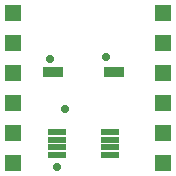
<source format=gts>
G75*
%MOIN*%
%OFA0B0*%
%FSLAX24Y24*%
%IPPOS*%
%LPD*%
%AMOC8*
5,1,8,0,0,1.08239X$1,22.5*
%
%ADD10R,0.0581X0.0581*%
%ADD11R,0.0700X0.0345*%
%ADD12R,0.0621X0.0227*%
%ADD13C,0.0290*%
D10*
X002833Y002813D03*
X002833Y003813D03*
X002833Y004813D03*
X002833Y005813D03*
X002833Y006813D03*
X002833Y007813D03*
X007833Y007813D03*
X007833Y006813D03*
X007833Y005813D03*
X007833Y004813D03*
X007833Y003813D03*
X007833Y002813D03*
D11*
X006187Y005843D03*
X004179Y005843D03*
D12*
X004300Y003845D03*
X004300Y003589D03*
X004300Y003333D03*
X004300Y003077D03*
X006083Y003077D03*
X006083Y003333D03*
X006083Y003589D03*
X006083Y003845D03*
D13*
X004573Y004603D03*
X004073Y006293D03*
X005933Y006363D03*
X004303Y002693D03*
M02*

</source>
